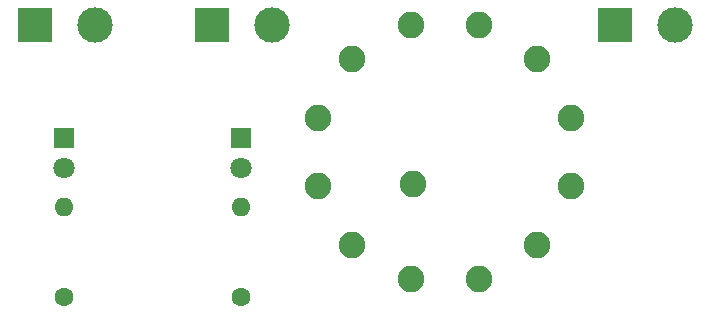
<source format=gbl>
%TF.GenerationSoftware,KiCad,Pcbnew,9.0.0+dfsg-1*%
%TF.CreationDate,2025-03-19T00:38:02+01:00*%
%TF.ProjectId,control-matrix-2,636f6e74-726f-46c2-9d6d-61747269782d,1.0*%
%TF.SameCoordinates,Original*%
%TF.FileFunction,Copper,L2,Bot*%
%TF.FilePolarity,Positive*%
%FSLAX46Y46*%
G04 Gerber Fmt 4.6, Leading zero omitted, Abs format (unit mm)*
G04 Created by KiCad (PCBNEW 9.0.0+dfsg-1) date 2025-03-19 00:38:02*
%MOMM*%
%LPD*%
G01*
G04 APERTURE LIST*
%TA.AperFunction,ComponentPad*%
%ADD10C,2.250000*%
%TD*%
%TA.AperFunction,ComponentPad*%
%ADD11C,1.600000*%
%TD*%
%TA.AperFunction,ComponentPad*%
%ADD12O,1.600000X1.600000*%
%TD*%
%TA.AperFunction,ComponentPad*%
%ADD13R,1.800000X1.800000*%
%TD*%
%TA.AperFunction,ComponentPad*%
%ADD14C,1.800000*%
%TD*%
%TA.AperFunction,ComponentPad*%
%ADD15R,3.000000X3.000000*%
%TD*%
%TA.AperFunction,ComponentPad*%
%ADD16C,3.000000*%
%TD*%
G04 APERTURE END LIST*
D10*
%TO.P,SW1,1,1*%
%TO.N,unconnected-(SW1-Pad1)*%
X94754220Y-105600000D03*
%TO.P,SW1,2,2*%
%TO.N,Net-(D1-K)*%
X89778230Y-102727110D03*
%TO.P,SW1,3,3*%
%TO.N,Net-(D2-K)*%
X86905330Y-97751110D03*
%TO.P,SW1,4,4*%
%TO.N,unconnected-(SW1-Pad4)*%
X86905330Y-92005330D03*
%TO.P,SW1,5,5*%
%TO.N,unconnected-(SW1-Pad5)*%
X89778230Y-87029340D03*
%TO.P,SW1,6,6*%
%TO.N,unconnected-(SW1-Pad6)*%
X94754220Y-84156450D03*
%TO.P,SW1,7,7*%
%TO.N,unconnected-(SW1-Pad7)*%
X100500000Y-84156450D03*
%TO.P,SW1,8,8*%
%TO.N,unconnected-(SW1-Pad8)*%
X105476000Y-87029340D03*
%TO.P,SW1,9,9*%
%TO.N,unconnected-(SW1-Pad9)*%
X108348890Y-92005329D03*
%TO.P,SW1,10,10*%
%TO.N,unconnected-(SW1-Pad10)*%
X108348890Y-97751110D03*
%TO.P,SW1,11,11*%
%TO.N,unconnected-(SW1-Pad11)*%
X105476000Y-102727110D03*
%TO.P,SW1,12,12*%
%TO.N,unconnected-(SW1-Pad12)*%
X100500000Y-105600000D03*
%TO.P,SW1,13,13*%
%TO.N,GND*%
X94904750Y-97600580D03*
%TD*%
D11*
%TO.P,R2,1*%
%TO.N,+12V*%
X80400000Y-107170000D03*
D12*
%TO.P,R2,2*%
%TO.N,Net-(D2-A)*%
X80400000Y-99550000D03*
%TD*%
D13*
%TO.P,D2,1,K*%
%TO.N,Net-(D2-K)*%
X80400000Y-93730000D03*
D14*
%TO.P,D2,2,A*%
%TO.N,Net-(D2-A)*%
X80400000Y-96270000D03*
%TD*%
D11*
%TO.P,R1,1*%
%TO.N,+12V*%
X65400000Y-107170000D03*
D12*
%TO.P,R1,2*%
%TO.N,Net-(D1-A)*%
X65400000Y-99550000D03*
%TD*%
D13*
%TO.P,D1,1,K*%
%TO.N,Net-(D1-K)*%
X65400000Y-93730000D03*
D14*
%TO.P,D1,2,A*%
%TO.N,Net-(D1-A)*%
X65400000Y-96270000D03*
%TD*%
D15*
%TO.P,J1,1,Pin_1*%
%TO.N,Net-(D1-K)*%
X62900000Y-84170000D03*
D16*
%TO.P,J1,2,Pin_2*%
X67980000Y-84170000D03*
%TD*%
D15*
%TO.P,J2,1,Pin_1*%
%TO.N,Net-(D2-K)*%
X77900000Y-84170000D03*
D16*
%TO.P,J2,2,Pin_2*%
X82980000Y-84170000D03*
%TD*%
D15*
%TO.P,J9,1,Pin_1*%
%TO.N,GND*%
X112060000Y-84100000D03*
D16*
%TO.P,J9,2,Pin_2*%
%TO.N,+12V*%
X117140000Y-84100000D03*
%TD*%
M02*

</source>
